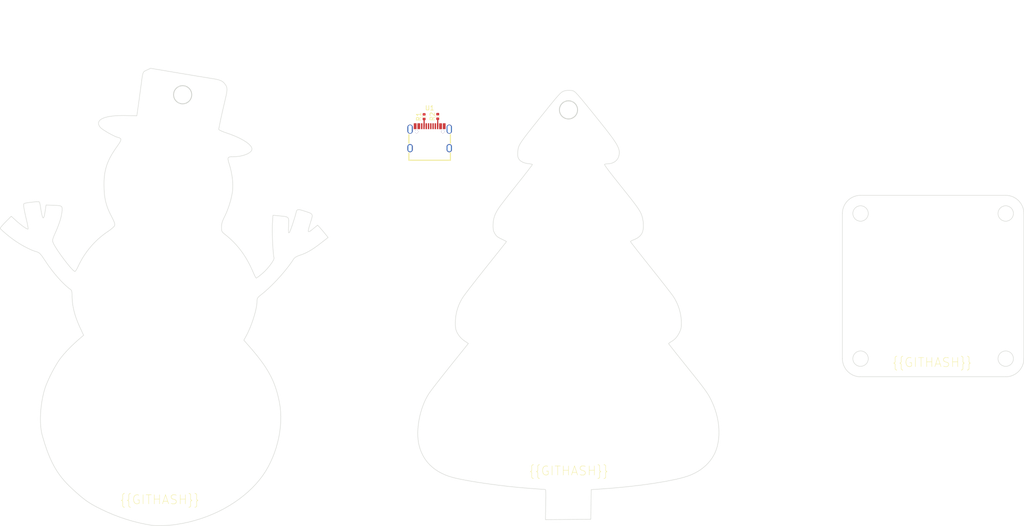
<source format=kicad_pcb>
(kicad_pcb (version 20221018) (generator pcbnew)
  (layers (0 "F.Cu" signal) (31 "B.Cu" signal) (34 "B.Paste" user) (35 "F.Paste" user) (36 "B.SilkS" user "B.Silkscreen") (37 "F.SilkS" user "F.Silkscreen") (38 "B.Mask" user) (39 "F.Mask" user) (44 "Edge.Cuts" user))
  (net 0 "")
  (net 1 "sub2")
  (net 2 "cc1")
  (net 3 "vcc")
  (net 4 "gnd")
  (net 5 "dm")
  (net 6 "dp")
  (net 7 "cc2")
  (net 8 "sub1")
  (footprint "lib:USB-C-SMD_KH-TYPE-C-16P" (layer "F.Cu") (at 130.625 64.965)
    (fp_text reference "U1" (at 0 -6.42) (layer "F.SilkS"))
    (fp_text value "")
    (fp_line (start -4.58 -0.57) (end -4.58 1.32) (stroke (width 0.25)) (layer "F.SilkS"))
    (fp_line (start -4.58 3.51) (end -4.58 5.08) (stroke (width 0.25)) (layer "F.SilkS"))
    (fp_line (start -4.58 5.08) (end 4.57 5.08) (stroke (width 0.25)) (layer "F.SilkS"))
    (fp_line (start 4.57 1.32) (end 4.57 -0.57) (stroke (width 0.25)) (layer "F.SilkS"))
    (fp_line (start 4.57 5.08) (end 4.57 3.51) (stroke (width 0.25)) (layer "F.SilkS"))
    (pad "" thru_hole circle (at -2.89 -1.23) (size 0.7 0.7) (drill 0.7) (layers "*.Cu" "*.Mask"))
    (pad "" thru_hole circle (at 2.89 -1.23) (size 0.7 0.7) (drill 0.7) (layers "*.Cu" "*.Mask"))
    (pad "1" thru_hole oval (at -4.32 -1.77) (size 1.2 2) (drill oval 0.700024 1.699997) (layers "*.Cu" "*.Mask") (net 4 "gnd"))
    (pad "2" thru_hole oval (at 4.32 -1.77) (size 1.2 2) (drill oval 0.700024 1.699997) (layers "*.Cu" "*.Mask") (net 4 "gnd"))
    (pad "3" thru_hole oval (at -4.32 2.42) (size 1.2 1.8) (drill oval 0.700024 1.399997) (layers "*.Cu" "*.Mask") (net 4 "gnd"))
    (pad "4" thru_hole oval (at 4.32 2.42) (size 1.2 1.8) (drill oval 0.700024 1.399997) (layers "*.Cu" "*.Mask") (net 4 "gnd"))
    (pad "A1" smd rect (at -3.35 -2.42) (size 0.3 1.3) (layers "F.Cu" "F.Paste" "F.Mask") (net 4 "gnd"))
    (pad "A4" smd rect (at -2.55 -2.42) (size 0.3 1.3) (layers "F.Cu" "F.Paste" "F.Mask") (net 3 "vcc"))
    (pad "A5" smd rect (at -1.25 -2.42) (size 0.3 1.3) (layers "F.Cu" "F.Paste" "F.Mask") (net 2 "cc1"))
    (pad "A6" smd rect (at -0.25 -2.42) (size 0.3 1.3) (layers "F.Cu" "F.Paste" "F.Mask") (net 6 "dp"))
    (pad "A7" smd rect (at 0.25 -2.42) (size 0.3 1.3) (layers "F.Cu" "F.Paste" "F.Mask") (net 5 "dm"))
    (pad "A8" smd rect (at 1.25 -2.42) (size 0.3 1.3) (layers "F.Cu" "F.Paste" "F.Mask") (net 8 "sub1"))
    (pad "A9" smd rect (at 2.55 -2.41) (size 0.3 1.3) (layers "F.Cu" "F.Paste" "F.Mask") (net 3 "vcc"))
    (pad "A12" smd rect (at 3.35 -2.42) (size 0.3 1.3) (layers "F.Cu" "F.Paste" "F.Mask") (net 4 "gnd"))
    (pad "B1" smd rect (at 3.05 -2.42) (size 0.3 1.3) (layers "F.Cu" "F.Paste" "F.Mask") (net 4 "gnd"))
    (pad "B4" smd rect (at 2.25 -2.41) (size 0.3 1.3) (layers "F.Cu" "F.Paste" "F.Mask") (net 3 "vcc"))
    (pad "B5" smd rect (at 1.75 -2.42) (size 0.3 1.3) (layers "F.Cu" "F.Paste" "F.Mask") (net 7 "cc2"))
    (pad "B6" smd rect (at 0.75 -2.42) (size 0.3 1.3) (layers "F.Cu" "F.Paste" "F.Mask") (net 6 "dp"))
    (pad "B7" smd rect (at -0.75 -2.42) (size 0.3 1.3) (layers "F.Cu" "F.Paste" "F.Mask") (net 5 "dm"))
    (pad "B8" smd rect (at -1.75 -2.42) (size 0.3 1.3) (layers "F.Cu" "F.Paste" "F.Mask") (net 1 "sub2"))
    (pad "B9" smd rect (at -2.25 -2.42) (size 0.3 1.3) (layers "F.Cu" "F.Paste" "F.Mask") (net 3 "vcc"))
    (pad "B12" smd rect (at -3.05 -2.42) (size 0.3 1.3) (layers "F.Cu" "F.Paste" "F.Mask") (net 4 "gnd"))
  )
  (footprint "lib:R0402" (layer "F.Cu") (at 129.397949 60.442503 90)
    (fp_text reference "R1" (at 0 -1.17 90) (layer "F.SilkS"))
    (fp_text value "Chip Resistor - Surface Mount 4.7KOhms ±5% 1/16W 0402 RoHS")
    (fp_line (start -0.153641 -0.38) (end 0.153641 -0.38) (stroke (width 0.12)) (layer "F.SilkS"))
    (fp_line (start -0.153641 0.38) (end 0.153641 0.38) (stroke (width 0.12)) (layer "F.SilkS"))
    (pad "1" smd roundrect (at -0.51 0 90) (size 0.54 0.64) (layers "F.Cu" "F.Paste" "F.Mask") (net 2 "cc1"))
    (pad "2" smd roundrect (at 0.51 0 90) (size 0.54 0.64) (layers "F.Cu" "F.Paste" "F.Mask") (net 4 "gnd"))
  )
  (footprint "lib:R0402" (layer "F.Cu") (at 132.398595 60.39543 90)
    (fp_text reference "R2" (at 0 -1.17 90) (layer "F.SilkS"))
    (fp_text value "Chip Resistor - Surface Mount 4.7KOhms ±5% 1/16W 0402 RoHS")
    (fp_line (start -0.153641 -0.38) (end 0.153641 -0.38) (stroke (width 0.12)) (layer "F.SilkS"))
    (fp_line (start -0.153641 0.38) (end 0.153641 0.38) (stroke (width 0.12)) (layer "F.SilkS"))
    (pad "1" smd roundrect (at -0.51 0 90) (size 0.54 0.64) (layers "F.Cu" "F.Paste" "F.Mask") (net 7 "cc2"))
    (pad "2" smd roundrect (at 0.51 0 90) (size 0.54 0.64) (layers "F.Cu" "F.Paste" "F.Mask") (net 4 "gnd"))
  )
  (gr_circle (center 225.62 81.79) (end 227.32 81.79) (stroke (width 0.1)) (fill none) (layer "Edge.Cuts"))
  (gr_circle (center 257.62 113.79) (end 259.32 113.79) (stroke (width 0.1)) (fill none) (layer "Edge.Cuts"))
  (gr_circle (center 257.62 81.79) (end 259.32 81.79) (stroke (width 0.1)) (fill none) (layer "Edge.Cuts"))
  (gr_poly (pts (xy 75.142222 50.797022) (xy 79.756606 51.568267) (xy 82.366969 51.99203) (xy 83.019066 52.095762) (xy 83.303876 52.146979) (xy 83.563537 52.198618) (xy 83.799806 52.251323) (xy 84.01444 52.305736) (xy 84.209196 52.362498) (xy 84.385831 52.422252) (xy 84.546102 52.485641) (xy 84.691766 52.553306) (xy 84.824581 52.62589) (xy 84.946303 52.704035) (xy 85.05869 52.788383) (xy 85.163499 52.879577) (xy 85.262486 52.978258) (xy 85.357409 53.08507) (xy 85.479286 53.234958) (xy 85.586233 53.378736) (xy 85.634185 53.44915) (xy 85.678498 53.519015) (xy 85.719202 53.588656) (xy 85.75633 53.658402) (xy 85.789911 53.728576) (xy 85.819976 53.799506) (xy 85.846558 53.871517) (xy 85.869686 53.944936) (xy 85.889392 54.020089) (xy 85.905707 54.097301) (xy 85.918662 54.176899) (xy 85.928287 54.259209) (xy 85.934615 54.344557) (xy 85.937675 54.433269) (xy 85.937499 54.525672) (xy 85.934119 54.62209) (xy 85.927564 54.722851) (xy 85.917866 54.82828) (xy 85.889166 55.054449) (xy 85.848266 55.303204) (xy 85.795414 55.577155) (xy 85.730859 55.878909) (xy 85.654849 56.211077) (xy 84.878546 59.55341) (xy 84.657875 60.550977) (xy 84.450892 61.532488) (xy 84.331406 62.116419) (xy 84.229648 62.629765) (xy 84.15639 63.017063) (xy 84.122409 63.222849) (xy 84.123062 63.236814) (xy 84.127967 63.251873) (xy 84.137065 63.268001) (xy 84.150302 63.285171) (xy 84.167619 63.303357) (xy 84.188962 63.322534) (xy 84.214273 63.342674) (xy 84.243497 63.363751) (xy 84.313454 63.408613) (xy 84.398381 63.456909) (xy 84.497828 63.50843) (xy 84.611342 63.562966) (xy 84.738473 63.620306) (xy 84.878767 63.680241) (xy 85.031775 63.742561) (xy 85.197043 63.807056) (xy 85.374121 63.873515) (xy 85.562558 63.94173) (xy 85.7619 64.011489) (xy 85.971698 64.082583) (xy 86.585981 64.296029) (xy 87.172975 64.516947) (xy 87.730729 64.744054) (xy 88.257293 64.976069) (xy 88.75072 65.211708) (xy 89.209058 65.449689) (xy 89.63036 65.68873) (xy 90.012676 65.927548) (xy 90.354056 66.16486) (xy 90.652552 66.399385) (xy 90.906214 66.629839) (xy 91.113092 66.85494) (xy 91.271238 67.073405) (xy 91.378702 67.283953) (xy 91.412819 67.385857) (xy 91.433535 67.485301) (xy 91.440605 67.582123) (xy 91.433787 67.676165) (xy 91.41712 67.753004) (xy 91.390362 67.829368) (xy 91.35383 67.905131) (xy 91.307839 67.980165) (xy 91.252707 68.054343) (xy 91.188749 68.12754) (xy 91.116281 68.199626) (xy 91.03562 68.270477) (xy 90.947082 68.339964) (xy 90.850984 68.407961) (xy 90.747641 68.47434) (xy 90.637371 68.538975) (xy 90.520488 68.601739) (xy 90.39731 68.662505) (xy 90.268153 68.721145) (xy 90.133332 68.777534) (xy 89.993165 68.831543) (xy 89.847967 68.883047) (xy 89.543745 68.978027) (xy 89.223197 69.06146) (xy 88.888852 69.132329) (xy 88.54324 69.189618) (xy 88.188892 69.232313) (xy 88.009232 69.24787) (xy 87.828337 69.259397) (xy 87.646523 69.266767) (xy 87.464106 69.269854) (xy 87.202959 69.272042) (xy 86.97453 69.277492) (xy 86.777472 69.288473) (xy 86.690288 69.296746) (xy 86.610443 69.307253) (xy 86.537768 69.320276) (xy 86.472096 69.3361) (xy 86.413258 69.355009) (xy 86.361087 69.377285) (xy 86.315414 69.403211) (xy 86.276071 69.433073) (xy 86.24289 69.467154) (xy 86.215703 69.505736) (xy 86.194342 69.549103) (xy 86.178638 69.59754) (xy 86.168424 69.65133) (xy 86.163532 69.710755) (xy 86.163793 69.776101) (xy 86.169039 69.847649) (xy 86.179102 69.925685) (xy 86.193814 70.010491) (xy 86.236514 70.20155) (xy 86.295792 70.423093) (xy 86.370304 70.677389) (xy 86.458705 70.966708) (xy 86.582128 71.384478) (xy 86.694998 71.803093) (xy 86.797211 72.221567) (xy 86.888665 72.638919) (xy 86.969257 73.054166) (xy 87.038885 73.466323) (xy 87.097447 73.874409) (xy 87.144838 74.277439) (xy 87.180958 74.674432) (xy 87.205702 75.064404) (xy 87.21897 75.446371) (xy 87.220657 75.819352) (xy 87.210662 76.182361) (xy 87.188881 76.534418) (xy 87.155212 76.874538) (xy 87.109553 77.201739) (xy 86.986123 77.871628) (xy 86.830027 78.558912) (xy 86.643845 79.255662) (xy 86.430157 79.953949) (xy 86.19154 80.645848) (xy 85.930575 81.323429) (xy 85.649841 81.978766) (xy 85.351916 82.60393) (xy 85.189192 82.938586) (xy 85.118752 83.093315) (xy 85.055229 83.240939) (xy 84.998352 83.382431) (xy 84.947849 83.518761) (xy 84.903447 83.650903) (xy 84.864875 83.779828) (xy 84.831859 83.906506) (xy 84.804129 84.031911) (xy 84.781412 84.157013) (xy 84.763435 84.282785) (xy 84.749927 84.410197) (xy 84.740615 84.540223) (xy 84.735228 84.673833) (xy 84.733493 84.811999) (xy 84.736223 85.129082) (xy 84.741369 85.261496) (xy 84.750575 85.379459) (xy 84.764997 85.485194) (xy 84.774524 85.534172) (xy 84.785789 85.580928) (xy 84.798934 85.625739) (xy 84.814106 85.668884) (xy 84.831447 85.710641) (xy 84.851104 85.751288) (xy 84.873219 85.791103) (xy 84.897937 85.830364) (xy 84.925403 85.869349) (xy 84.955761 85.908337) (xy 84.989155 85.947605) (xy 85.02573 85.987432) (xy 85.109 86.069873) (xy 85.206725 86.157886) (xy 85.320061 86.253696) (xy 85.598185 86.477602) (xy 86.096863 86.886277) (xy 86.577755 87.306529) (xy 87.04138 87.739064) (xy 87.488258 88.184586) (xy 87.918909 88.6438) (xy 88.333852 89.117412) (xy 88.733607 89.606125) (xy 89.118694 90.110646) (xy 89.489632 90.631678) (xy 89.846941 91.169927) (xy 90.19114 91.726098) (xy 90.52275 92.300895) (xy 90.84229 92.895024) (xy 91.150279 93.509189) (xy 91.447237 94.144095) (xy 91.733683 94.800448) (xy 91.84059 95.047283) (xy 91.945802 95.277558) (xy 92.046625 95.486234) (xy 92.140364 95.668271) (xy 92.224324 95.818627) (xy 92.295813 95.932265) (xy 92.326039 95.973739) (xy 92.352136 96.004143) (xy 92.373767 96.022848) (xy 92.382804 96.027616) (xy 92.390597 96.029223) (xy 92.399173 96.028006) (xy 92.410522 96.024397) (xy 92.441219 96.010237) (xy 92.482045 95.987221) (xy 92.53236 95.955824) (xy 92.591521 95.916524) (xy 92.658887 95.869798) (xy 92.815666 95.755976) (xy 92.997564 95.618173) (xy 93.199447 95.460204) (xy 93.416182 95.285885) (xy 93.642634 95.099032) (xy 93.891007 94.882848) (xy 94.141366 94.648628) (xy 94.390948 94.400061) (xy 94.636991 94.140836) (xy 94.87673 93.874641) (xy 95.107403 93.605164) (xy 95.326247 93.336095) (xy 95.530498 93.071122) (xy 95.717394 92.813933) (xy 95.884171 92.568218) (xy 96.028066 92.337665) (xy 96.146316 92.125962) (xy 96.236159 91.936798) (xy 96.294829 91.773863) (xy 96.311612 91.703383) (xy 96.319566 91.640844) (xy 96.318345 91.586706) (xy 96.307605 91.54143) (xy 96.264441 91.378418) (xy 96.221593 91.121805) (xy 96.138989 90.373142) (xy 96.064068 89.386161) (xy 96.001109 88.251583) (xy 95.954389 87.060129) (xy 95.928186 85.902519) (xy 95.926777 84.869474) (xy 95.95444 84.051714) (xy 96.07471 82.177477) (xy 97.36716 82.304781) (xy 98.13507 82.379263) (xy 98.441266 82.413109) (xy 98.700599 82.449744) (xy 98.916803 82.492956) (xy 99.009898 82.518212) (xy 99.09361 82.546534) (xy 99.168406 82.578395) (xy 99.234753 82.614268) (xy 99.293117 82.654627) (xy 99.343964 82.699946) (xy 99.387763 82.750698) (xy 99.424978 82.807357) (xy 99.456076 82.870396) (xy 99.481525 82.94029) (xy 99.501791 83.017511) (xy 99.51734 83.102533) (xy 99.536155 83.297877) (xy 99.541702 83.530109) (xy 99.537716 83.803018) (xy 99.51607 84.486025) (xy 99.501811 85.019341) (xy 99.495778 85.429631) (xy 99.49953 85.727933) (xy 99.505563 85.838537) (xy 99.514626 85.925284) (xy 99.526915 85.989553) (xy 99.542625 86.032723) (xy 99.551823 86.046828) (xy 99.56195 86.056175) (xy 99.573029 86.060938) (xy 99.585085 86.061289) (xy 99.612224 86.049443) (xy 99.643564 86.022019) (xy 99.679299 85.980395) (xy 99.719623 85.925951) (xy 99.770963 85.835961) (xy 99.83738 85.6921) (xy 100.00736 85.267042) (xy 100.213404 84.699332) (xy 100.439353 84.037526) (xy 100.669049 83.330178) (xy 100.886332 82.625845) (xy 101.075044 81.973082) (xy 101.219027 81.420443) (xy 101.232451 81.367288) (xy 101.246658 81.317349) (xy 101.261814 81.270604) (xy 101.278084 81.227032) (xy 101.295634 81.186611) (xy 101.314631 81.149321) (xy 101.33524 81.115138) (xy 101.357628 81.084043) (xy 101.381959 81.056013) (xy 101.4084 81.031027) (xy 101.437117 81.009064) (xy 101.468275 80.990102) (xy 101.502041 80.974119) (xy 101.538581 80.961095) (xy 101.578059 80.951007) (xy 101.620643 80.943835) (xy 101.666497 80.939556) (xy 101.715788 80.938149) (xy 101.768682 80.939594) (xy 101.825345 80.943867) (xy 101.885942 80.950949) (xy 101.950639 80.960817) (xy 102.019603 80.97345) (xy 102.092998 80.988826) (xy 102.170992 81.006924) (xy 102.253749 81.027723) (xy 102.434219 81.077337) (xy 102.635734 81.137495) (xy 102.859622 81.208025) (xy 103.581471 81.438726) (xy 103.868146 81.535185) (xy 104.108644 81.625316) (xy 104.212356 81.669476) (xy 104.305459 81.713816) (xy 104.388264 81.758923) (xy 104.461082 81.805384) (xy 104.524226 81.853787) (xy 104.578006 81.904719) (xy 104.622735 81.958768) (xy 104.658725 82.01652) (xy 104.686285 82.078563) (xy 104.705729 82.145484) (xy 104.717368 82.217871) (xy 104.721513 82.296311) (xy 104.718476 82.381392) (xy 104.708568 82.4737) (xy 104.692102 82.573823) (xy 104.669388 82.682348) (xy 104.606464 82.926954) (xy 104.522289 83.212218) (xy 104.300158 83.92351) (xy 104.076968 84.658354) (xy 103.993442 84.95378) (xy 103.929762 85.203046) (xy 103.886777 85.407528) (xy 103.865337 85.568604) (xy 103.862962 85.633296) (xy 103.866292 85.687652) (xy 103.875434 85.731846) (xy 103.890492 85.766049) (xy 103.911574 85.790433) (xy 103.938786 85.805172) (xy 103.972234 85.810436) (xy 104.012025 85.806398) (xy 104.058263 85.79323) (xy 104.111056 85.771105) (xy 104.236732 85.700671) (xy 104.3899 85.596472) (xy 104.571411 85.459887) (xy 105.02286 85.095065) (xy 105.918216 84.355181) (xy 106.388476 84.86751) (xy 106.496975 84.987739) (xy 106.625318 85.133369) (xy 106.92254 85.478508) (xy 107.242155 85.858286) (xy 107.546176 86.22806) (xy 108.2336 87.076296) (xy 106.72333 88.254687) (xy 106.031007 88.783192) (xy 105.392025 89.245391) (xy 105.089314 89.453516) (xy 104.796071 89.647331) (xy 104.511007 89.827593) (xy 104.232833 89.995056) (xy 103.960259 90.150478) (xy 103.691998 90.294613) (xy 103.426759 90.428217) (xy 103.163254 90.552046) (xy 102.900193 90.666855) (xy 102.636288 90.773401) (xy 102.370249 90.872439) (xy 102.100787 90.964724) (xy 101.955978 91.013649) (xy 101.818902 91.062832) (xy 101.689432 91.112348) (xy 101.567439 91.162273) (xy 101.452795 91.212683) (xy 101.345371 91.263651) (xy 101.245039 91.315254) (xy 101.151671 91.367567) (xy 101.065138 91.420665) (xy 100.985313 91.474624) (xy 100.912065 91.529517) (xy 100.845269 91.585421) (xy 100.784794 91.642412) (xy 100.730512 91.700563) (xy 100.682296 91.759951) (xy 100.640017 91.82065) (xy 100.313962 92.312951) (xy 99.958065 92.82026) (xy 99.575318 93.339289) (xy 99.168711 93.866747) (xy 98.741234 94.399346) (xy 98.295878 94.933795) (xy 97.835635 95.466804) (xy 97.363494 95.995083) (xy 96.882446 96.515343) (xy 96.395482 97.024295) (xy 95.905593 97.518647) (xy 95.415769 97.995111) (xy 94.929002 98.450396) (xy 94.44828 98.881213) (xy 93.976596 99.284272) (xy 93.51694 99.656283) (xy 93.364132 99.777198) (xy 93.228349 99.887118) (xy 93.108601 99.987555) (xy 93.003899 100.080022) (xy 92.913256 100.166032) (xy 92.835682 100.247098) (xy 92.770188 100.324733) (xy 92.741662 100.362737) (xy 92.715786 100.40045) (xy 92.692435 100.438062) (xy 92.671487 100.475762) (xy 92.652817 100.513738) (xy 92.636302 100.552181) (xy 92.621819 100.591279) (xy 92.609244 100.631221) (xy 92.589322 100.714395) (xy 92.575548 100.803215) (xy 92.566934 100.899195) (xy 92.56249 101.003847) (xy 92.561229 101.118685) (xy 92.548214 101.459191) (xy 92.510172 101.840399) (xy 92.448603 102.257479) (xy 92.365007 102.705605) (xy 92.260885 103.179948) (xy 92.137739 103.675679) (xy 91.997068 104.187971) (xy 91.840373 104.711996) (xy 91.669155 105.242926) (xy 91.484915 105.775933) (xy 91.289154 106.306188) (xy 91.083372 106.828864) (xy 90.86907 107.339132) (xy 90.647749 107.832164) (xy 90.420909 108.303133) (xy 90.190051 108.74721) (xy 89.658061 109.729433) (xy 90.799319 111.025652) (xy 91.552256 111.894452) (xy 92.247519 112.726345) (xy 92.887901 113.52649) (xy 93.476195 114.300047) (xy 94.015193 115.052178) (xy 94.507688 115.788042) (xy 94.956473 116.5128) (xy 95.364341 117.231612) (xy 95.734083 117.949638) (xy 96.068493 118.672038) (xy 96.370364 119.403974) (xy 96.642488 120.150605) (xy 96.887657 120.917091) (xy 97.108665 121.708593) (xy 97.308304 122.530271) (xy 97.489367 123.387286) (xy 97.659586 124.435519) (xy 97.764545 125.512723) (xy 97.805707 126.613102) (xy 97.784533 127.73086) (xy 97.702485 128.860202) (xy 97.561026 129.995332) (xy 97.361618 131.130454) (xy 97.105722 132.259774) (xy 96.794801 133.377494) (xy 96.430316 134.47782) (xy 96.01373 135.554956) (xy 95.546505 136.603107) (xy 95.030102 137.616476) (xy 94.465984 138.589268) (xy 93.855613 139.515689) (xy 93.20045 140.389941) (xy 92.386005 141.350273) (xy 91.510226 142.273552) (xy 90.576227 143.158109) (xy 89.587122 144.002278) (xy 88.546024 144.80439) (xy 87.456048 145.562779) (xy 86.320308 146.275777) (xy 85.141916 146.941716) (xy 83.923988 147.558929) (xy 82.669636 148.125749) (xy 81.381976 148.640508) (xy 80.06412 149.101539) (xy 78.719182 149.507174) (xy 77.350277 149.855747) (xy 75.960518 150.145589) (xy 74.553019 150.375033) (xy 73.862872 150.459306) (xy 73.131633 150.525975) (xy 72.383923 150.574372) (xy 71.644361 150.603827) (xy 70.93757 150.613671) (xy 70.288169 150.603235) (xy 69.720779 150.57185) (xy 69.475532 150.548093) (xy 69.26002 150.518847) (xy 69.260051 150.518832) (xy 67.831835 150.262486) (xy 66.416949 149.953785) (xy 65.016193 149.592984) (xy 63.630368 149.180338) (xy 62.260274 148.716103) (xy 60.90671 148.200532) (xy 59.570477 147.633881) (xy 58.252375 147.016405) (xy 57.283074 146.528505) (xy 56.847829 146.298277) (xy 56.438641 146.072324) (xy 56.050351 145.846994) (xy 55.6778 145.618633) (xy 55.315827 145.383588) (xy 54.959273 145.138205) (xy 54.602979 144.87883) (xy 54.241783 144.601811) (xy 53.870528 144.303492) (xy 53.484054 143.980222) (xy 52.644807 143.244211) (xy 51.682765 142.36455) (xy 51.097036 141.804159) (xy 50.54538 141.238954) (xy 50.025658 140.665073) (xy 49.535731 140.078649) (xy 49.07346 139.475819) (xy 48.636705 138.852719) (xy 48.223328 138.205483) (xy 47.831189 137.530249) (xy 47.458149 136.823151) (xy 47.10207 136.080325) (xy 46.760812 135.297907) (xy 46.432236 134.472032) (xy 46.114202 133.598836) (xy 45.804573 132.674455) (xy 45.501208 131.695024) (xy 45.201968 130.656679) (xy 45.078569 130.147371) (xy 44.978794 129.594224) (xy 44.90231 129.00242) (xy 44.848785 128.377144) (xy 44.817886 127.723579) (xy 44.809281 127.046907) (xy 44.822637 126.352311) (xy 44.857621 125.644974) (xy 44.913901 124.93008) (xy 44.991145 124.212811) (xy 45.089019 123.498351) (xy 45.207191 122.791883) (xy 45.345328 122.098589) (xy 45.503099 121.423652) (xy 45.68017 120.772256) (xy 45.876208 120.149584) (xy 46.005143 119.787909) (xy 46.154924 119.401263) (xy 46.508073 118.570286) (xy 46.917749 117.69111) (xy 47.366047 116.79819) (xy 47.83506 115.92598) (xy 48.306883 115.108937) (xy 48.76361 114.381515) (xy 48.980717 114.062179) (xy 49.187335 113.77817) (xy 49.387433 113.519297) (xy 49.599256 113.255538) (xy 50.056372 112.715109) (xy 50.555279 112.160374) (xy 51.092575 111.594824) (xy 51.664855 111.021952) (xy 52.268718 110.445248) (xy 52.900758 109.868205) (xy 53.557574 109.294314) (xy 54.329783 108.634142) (xy 53.616031 107.110232) (xy 53.390001 106.6154) (xy 53.179365 106.128819) (xy 52.984012 105.650049) (xy 52.803829 105.178652) (xy 52.638704 104.71419) (xy 52.488525 104.256224) (xy 52.353181 103.804315) (xy 52.232559 103.358025) (xy 52.126547 102.916915) (xy 52.035034 102.480548) (xy 51.957906 102.048484) (xy 51.895053 101.620284) (xy 51.846363 101.195511) (xy 51.811722 100.773726) (xy 51.79102 100.35449) (xy 51.784144 99.937365) (xy 51.780657 99.620612) (xy 51.776007 99.482669) (xy 51.769161 99.357285) (xy 51.759927 99.243666) (xy 51.748111 99.141014) (xy 51.733519 99.048534) (xy 51.715958 98.96543) (xy 51.695233 98.890904) (xy 51.671153 98.824161) (xy 51.643523 98.764406) (xy 51.612149 98.71084) (xy 51.576839 98.662669) (xy 51.537399 98.619096) (xy 51.493635 98.579325) (xy 51.445353 98.542559) (xy 51.149902 98.324092) (xy 50.839064 98.073347) (xy 50.514896 97.792628) (xy 50.179453 97.484238) (xy 49.834791 97.150482) (xy 49.482966 96.793665) (xy 49.126033 96.41609) (xy 48.766047 96.020062) (xy 48.405065 95.607885) (xy 48.045142 95.181864) (xy 47.688333 94.744302) (xy 47.336694 94.297504) (xy 46.992281 93.843774) (xy 46.657149 93.385417) (xy 46.333354 92.924737) (xy 46.022952 92.464037) (xy 45.611719 91.844971) (xy 45.279782 91.362091) (xy 45.137757 91.165551) (xy 45.008606 90.995655) (xy 44.89001 90.849933) (xy 44.779654 90.725918) (xy 44.675221 90.621143) (xy 44.574392 90.533138) (xy 44.474852 90.459437) (xy 44.374284 90.397571) (xy 44.27037 90.345073) (xy 44.160793 90.299474) (xy 44.043237 90.258307) (xy 43.915385 90.219103) (xy 43.593888 90.117525) (xy 43.255864 89.996009) (xy 42.903268 89.855657) (xy 42.538058 89.697573) (xy 42.162189 89.522858) (xy 41.777618 89.332616) (xy 41.386301 89.127951) (xy 40.990194 88.909964) (xy 40.591254 88.679759) (xy 40.191438 88.438438) (xy 39.792701 88.187105) (xy 39.396999 87.926862) (xy 39.00629 87.658812) (xy 38.622529 87.384058) (xy 38.247673 87.103703) (xy 37.883677 86.81885) (xy 37.49456 86.502783) (xy 37.131548 86.199554) (xy 36.802586 85.916398) (xy 36.515619 85.660548) (xy 36.278593 85.439239) (xy 36.099452 85.259705) (xy 36.034071 85.187865) (xy 35.986141 85.129182) (xy 35.956654 85.08456) (xy 35.946605 85.054903) (xy 35.948192 85.042433) (xy 35.952903 85.026953) (xy 35.971384 84.987332) (xy 36.001425 84.936776) (xy 36.042403 84.876021) (xy 36.093695 84.805804) (xy 36.154681 84.726859) (xy 36.224736 84.639924) (xy 36.303239 84.545735) (xy 36.389567 84.445026) (xy 36.483097 84.338536) (xy 36.689276 84.11115) (xy 36.916796 83.869466) (xy 37.037003 83.745102) (xy 37.160678 83.619372) (xy 38.374759 82.395922) (xy 39.365809 83.301684) (xy 39.814301 83.698656) (xy 40.266196 84.075272) (xy 40.704205 84.419302) (xy 41.111041 84.718514) (xy 41.469414 84.960676) (xy 41.625024 85.056541) (xy 41.762035 85.133557) (xy 41.878286 85.190195) (xy 41.971615 85.224926) (xy 42.039863 85.236222) (xy 42.063905 85.232603) (xy 42.080867 85.222552) (xy 42.085566 85.215268) (xy 42.089233 85.203934) (xy 42.093537 85.169549) (xy 42.093921 85.120268) (xy 42.090523 85.056964) (xy 42.083485 84.98051) (xy 42.072948 84.891778) (xy 42.059051 84.79164) (xy 42.041937 84.68097) (xy 41.998614 84.43152) (xy 41.944105 84.150408) (xy 41.879534 83.844615) (xy 41.806025 83.52112) (xy 41.578977 82.541169) (xy 41.399614 81.732306) (xy 41.265507 81.079136) (xy 41.174225 80.56626) (xy 41.123338 80.17828) (xy 41.112283 80.026315) (xy 41.110416 79.899799) (xy 41.117432 79.796809) (xy 41.133029 79.71542) (xy 41.156901 79.653706) (xy 41.188746 79.609743) (xy 41.213078 79.592846) (xy 41.252556 79.575085) (xy 41.372962 79.537437) (xy 41.541984 79.497733) (xy 41.751641 79.456905) (xy 42.26094 79.37561) (xy 42.837013 79.301016) (xy 43.416018 79.240586) (xy 43.934111 79.201782) (xy 44.150364 79.192822) (xy 44.327447 79.192067) (xy 44.45738 79.20045) (xy 44.532183 79.218905) (xy 44.538527 79.223215) (xy 44.545097 79.229471) (xy 44.551878 79.23762) (xy 44.558855 79.247608) (xy 44.573336 79.272888) (xy 44.588416 79.304879) (xy 44.603974 79.343154) (xy 44.619887 79.387282) (xy 44.636031 79.436835) (xy 44.652284 79.491383) (xy 44.668525 79.550496) (xy 44.684629 79.613746) (xy 44.700475 79.680703) (xy 44.715939 79.750937) (xy 44.7309 79.82402) (xy 44.745234 79.899521) (xy 44.75882 79.977012) (xy 44.771533 80.056063) (xy 44.946351 81.130774) (xy 45.025944 81.564983) (xy 45.101061 81.931234) (xy 45.172253 82.230134) (xy 45.24007 82.462288) (xy 45.305063 82.628302) (xy 45.336673 82.686696) (xy 45.367783 82.728781) (xy 45.398463 82.754634) (xy 45.428781 82.764331) (xy 45.458807 82.757947) (xy 45.488608 82.735557) (xy 45.518254 82.697238) (xy 45.547814 82.643066) (xy 45.606951 82.487462) (xy 45.666568 82.269351) (xy 45.727218 81.98934) (xy 45.78945 81.648032) (xy 45.853816 81.246035) (xy 46.055377 79.918581) (xy 47.417926 79.96628) (xy 48.109143 79.993687) (xy 48.392021 80.009194) (xy 48.636741 80.027435) (xy 48.846051 80.049559) (xy 49.022696 80.076715) (xy 49.169424 80.110051) (xy 49.288982 80.150717) (xy 49.339431 80.174158) (xy 49.384117 80.199861) (xy 49.423385 80.227972) (xy 49.457577 80.258632) (xy 49.487036 80.291987) (xy 49.512107 80.32818) (xy 49.533132 80.367353) (xy 49.550455 80.409652) (xy 49.575367 80.504197) (xy 49.589592 80.612965) (xy 49.595876 80.737105) (xy 49.596965 80.877764) (xy 49.590289 81.099803) (xy 49.571905 81.336737) (xy 49.542029 81.587807) (xy 49.500879 81.852253) (xy 49.448672 82.129318) (xy 49.385623 82.418243) (xy 49.311951 82.718269) (xy 49.227873 83.028637) (xy 49.133604 83.34859) (xy 49.029362 83.677367) (xy 48.915364 84.014212) (xy 48.791827 84.358364) (xy 48.658967 84.709065) (xy 48.517002 85.065558) (xy 48.366148 85.427082) (xy 48.206622 85.792879) (xy 47.949769 86.374791) (xy 47.755997 86.832451) (xy 47.68104 87.021721) (xy 47.619784 87.188367) (xy 47.571537 87.335205) (xy 47.535609 87.465048) (xy 47.511311 87.580709) (xy 47.497952 87.685002) (xy 47.494842 87.78074) (xy 47.501291 87.870737) (xy 47.516609 87.957807) (xy 47.540106 88.044763) (xy 47.571091 88.134418) (xy 47.608874 88.229586) (xy 47.761079 88.551834) (xy 47.975096 88.939463) (xy 48.241913 89.380584) (xy 48.55252 89.863307) (xy 49.269066 90.905997) (xy 50.052651 91.972411) (xy 50.831193 92.967426) (xy 51.196047 93.408433) (xy 51.532609 93.795921) (xy 51.831869 94.117998) (xy 52.084818 94.362774) (xy 52.282443 94.518359) (xy 52.357694 94.558989) (xy 52.415736 94.572863) (xy 52.426811 94.571375) (xy 52.439084 94.56696) (xy 52.452509 94.559691) (xy 52.467041 94.549641) (xy 52.482633 94.536883) (xy 52.499239 94.521489) (xy 52.516813 94.503532) (xy 52.535309 94.483086) (xy 52.574881 94.435018) (xy 52.617586 94.377866) (xy 52.663055 94.312214) (xy 52.710918 94.238646) (xy 52.760808 94.157745) (xy 52.812354 94.070093) (xy 52.865187 93.976276) (xy 52.918939 93.876875) (xy 52.97324 93.772474) (xy 53.02772 93.663657) (xy 53.082012 93.551007) (xy 53.135745 93.435107) (xy 53.405424 92.869327) (xy 53.69623 92.311615) (xy 54.007442 91.76282) (xy 54.338342 91.223792) (xy 54.688208 90.695381) (xy 55.05632 90.178436) (xy 55.441958 89.673808) (xy 55.844402 89.182347) (xy 56.262932 88.704901) (xy 56.696828 88.242322) (xy 57.145369 87.795459) (xy 57.607836 87.365163) (xy 58.083508 86.952281) (xy 58.571665 86.557666) (xy 59.071586 86.182166) (xy 59.582553 85.826632) (xy 59.914962 85.598282) (xy 60.214172 85.3804) (xy 60.477869 85.17504) (xy 60.595674 85.077698) (xy 60.703732 84.984257) (xy 60.801753 84.894974) (xy 60.889447 84.810106) (xy 60.966524 84.72991) (xy 61.032694 84.654642) (xy 61.087669 84.584559) (xy 61.131158 84.519919) (xy 61.162872 84.460977) (xy 61.182521 84.407992) (xy 61.189444 84.378526) (xy 61.194656 84.347449) (xy 61.198136 84.314702) (xy 61.199864 84.280227) (xy 61.197977 84.205863) (xy 61.188829 84.123892) (xy 61.172254 84.033852) (xy 61.148084 83.935279) (xy 61.116154 83.82771) (xy 61.076297 83.71068) (xy 61.028345 83.583727) (xy 60.972134 83.446388) (xy 60.907495 83.298197) (xy 60.834263 83.138693) (xy 60.75227 82.967412) (xy 60.661351 82.783889) (xy 60.561339 82.587662) (xy 60.452067 82.378268) (xy 60.237971 81.961359) (xy 60.041673 81.555601) (xy 59.862568 81.158484) (xy 59.700049 80.767498) (xy 59.553508 80.380135) (xy 59.422339 79.993885) (xy 59.305935 79.60624) (xy 59.203689 79.21469) (xy 59.114995 78.816725) (xy 59.039245 78.409838) (xy 58.975833 77.991518) (xy 58.924151 77.559256) (xy 58.883594 77.110544) (xy 58.853553 76.642872) (xy 58.833423 76.153731) (xy 58.822596 75.640612) (xy 58.82378 75.019765) (xy 58.843433 74.425285) (xy 58.882591 73.854032) (xy 58.942291 73.302869) (xy 59.023569 72.768658) (xy 59.127459 72.248262) (xy 59.255 71.738542) (xy 59.407225 71.236361) (xy 59.585172 70.73858) (xy 59.789877 70.242062) (xy 60.022374 69.743669) (xy 60.283701 69.240263) (xy 60.574893 68.728705) (xy 60.896986 68.205859) (xy 61.251015 67.668586) (xy 61.638018 67.113749) (xy 61.84244 66.825076) (xy 62.020375 66.566593) (xy 62.17201 66.336298) (xy 62.29753 66.132187) (xy 62.397121 65.95226) (xy 62.470968 65.794512) (xy 62.498296 65.72333) (xy 62.519258 65.656942) (xy 62.533877 65.595098) (xy 62.542176 65.537547) (xy 62.544179 65.484039) (xy 62.539908 65.434323) (xy 62.529387 65.388151) (xy 62.512639 65.34527) (xy 62.489688 65.305431) (xy 62.460556 65.268384) (xy 62.425267 65.233878) (xy 62.383844 65.201662) (xy 62.33631 65.171487) (xy 62.282689 65.143103) (xy 62.157276 65.090703) (xy 62.007792 65.042459) (xy 61.834422 64.996371) (xy 61.657986 64.943069) (xy 61.445562 64.862593) (xy 61.203024 64.758325) (xy 60.93625 64.633653) (xy 60.353499 64.336631) (xy 59.744319 63.998608) (xy 59.155721 63.646664) (xy 58.634716 63.307879) (xy 58.414252 63.151884) (xy 58.228316 63.009334) (xy 58.082783 62.883614) (xy 57.983531 62.778109) (xy 57.869943 62.622242) (xy 57.777351 62.470362) (xy 57.705558 62.322559) (xy 57.654369 62.178917) (xy 57.623588 62.039526) (xy 57.613018 61.904471) (xy 57.622463 61.773839) (xy 57.651728 61.647718) (xy 57.700616 61.526195) (xy 57.768931 61.409356) (xy 57.856477 61.297289) (xy 57.963058 61.190081) (xy 58.088479 61.087819) (xy 58.232542 60.99059) (xy 58.395052 60.89848) (xy 58.575812 60.811578) (xy 58.774627 60.72997) (xy 58.991301 60.653743) (xy 59.225638 60.582984) (xy 59.477441 60.51778) (xy 59.746514 60.458218) (xy 60.032661 60.404385) (xy 60.335687 60.356369) (xy 60.655395 60.314256) (xy 60.991589 60.278134) (xy 61.344073 60.248089) (xy 61.712651 60.224208) (xy 62.097127 60.20658) (xy 62.497305 60.195289) (xy 62.912988 60.190424) (xy 63.343981 60.192072) (xy 63.790088 60.20032) (xy 66.056857 60.258219) (xy 66.273486 58.80189) (xy 66.542465 56.891029) (xy 66.884944 54.341891) (xy 67.190183 52.053843) (xy 67.248082 51.679802) (xy 67.303557 51.37005) (xy 67.359078 51.117137) (xy 67.417116 50.913616) (xy 67.48014 50.752035) (xy 67.55062 50.624945) (xy 67.631027 50.524898) (xy 67.72383 50.444442) (xy 67.831501 50.37613) (xy 67.956508 50.312512) (xy 68.268412 50.169558) (xy 69.100734 49.778315)) (stroke (width 0.1)) (fill none) (layer "Edge.Cuts"))
  (gr_arc (start 261.62 113.79) (mid 260.448427 116.618427) (end 257.62 117.79) (stroke (width 0.1)) (layer "Edge.Cuts"))
  (gr_arc (start 225.62 117.79) (mid 222.791573 116.618427) (end 221.62 113.79) (stroke (width 0.1)) (layer "Edge.Cuts"))
  (gr_line (start 261.62 113.79) (end 261.62 81.79) (stroke (width 0.1)) (layer "Edge.Cuts"))
  (gr_circle (center 161.229974 58.946031) (end 163.229974 58.946031) (stroke (width 0.2)) (fill none) (layer "Edge.Cuts"))
  (gr_line (start 221.62 81.79) (end 221.62 113.79) (stroke (width 0.1)) (layer "Edge.Cuts"))
  (gr_arc (start 257.62 77.79) (mid 260.448427 78.961573) (end 261.62 81.79) (stroke (width 0.1)) (layer "Edge.Cuts"))
  (gr_poly (pts (xy 161.429183 54.643361) (xy 161.588699 54.648976) (xy 161.743405 54.660128) (xy 161.8913 54.67685) (xy 162.030385 54.699174) (xy 162.158659 54.727132) (xy 162.274122 54.760758) (xy 162.374774 54.800082) (xy 162.418214 54.822065) (xy 162.465501 54.850416) (xy 162.517128 54.885713) (xy 162.573587 54.928531) (xy 162.702967 55.039035) (xy 162.857578 55.186538) (xy 163.041357 55.37565) (xy 163.258241 55.610981) (xy 163.512165 55.897139) (xy 163.807067 56.238735) (xy 164.146884 56.640378) (xy 164.53555 57.106678) (xy 164.977005 57.642244) (xy 165.475183 58.251687) (xy 166.657456 59.710639) (xy 168.113864 61.520411) (xy 169.490282 63.25197) (xy 170.562092 64.650979) (xy 170.993296 65.243203) (xy 171.359779 65.7732) (xy 171.665351 66.247941) (xy 171.913823 66.674396) (xy 172.109006 67.059535) (xy 172.254708 67.41033) (xy 172.354741 67.733749) (xy 172.412915 68.036764) (xy 172.433041 68.326344) (xy 172.418927 68.609461) (xy 172.374385 68.893084) (xy 172.303226 69.184183) (xy 172.274597 69.278158) (xy 172.242 69.369887) (xy 172.205507 69.459324) (xy 172.165188 69.546423) (xy 172.121114 69.631137) (xy 172.073357 69.713419) (xy 172.021987 69.793223) (xy 171.967076 69.870502) (xy 171.908694 69.945208) (xy 171.846914 70.017296) (xy 171.781806 70.08672) (xy 171.71344 70.153431) (xy 171.641889 70.217383) (xy 171.567223 70.278531) (xy 171.489513 70.336826) (xy 171.408831 70.392223) (xy 171.325247 70.444674) (xy 171.238833 70.494134) (xy 171.14966 70.540554) (xy 171.057799 70.58389) (xy 170.96332 70.624093) (xy 170.866295 70.661118) (xy 170.766796 70.694917) (xy 170.664893 70.725444) (xy 170.560657 70.752652) (xy 170.45416 70.776495) (xy 170.345472 70.796926) (xy 170.234664 70.813898) (xy 170.121809 70.827364) (xy 170.006976 70.837278) (xy 169.890237 70.843593) (xy 169.771663 70.846262) (xy 169.726607 70.847177) (xy 169.681188 70.849133) (xy 169.590479 70.855957) (xy 169.501974 70.8663) (xy 169.418107 70.879728) (xy 169.378675 70.887463) (xy 169.341315 70.895806) (xy 169.306334 70.904703) (xy 169.274034 70.9141) (xy 169.244721 70.923942) (xy 169.218699 70.934176) (xy 169.196272 70.944746) (xy 169.177745 70.955599) (xy 169.171643 70.965792) (xy 169.172154 70.983757) (xy 169.17922 71.009417) (xy 169.192785 71.042693) (xy 169.239181 71.131786) (xy 169.310885 71.250417) (xy 169.407439 71.397965) (xy 169.528385 71.573811) (xy 169.673265 71.777334) (xy 169.841623 72.007915) (xy 170.246938 72.547768) (xy 170.740668 73.18841) (xy 171.319154 73.924882) (xy 171.978732 74.752222) (xy 174.641332 78.093405) (xy 175.537111 79.246786) (xy 176.200008 80.134787) (xy 176.673118 80.816979) (xy 176.99954 81.352933) (xy 177.222371 81.802218) (xy 177.384708 82.224406) (xy 177.462833 82.472098) (xy 177.531331 82.72855) (xy 177.59016 82.991701) (xy 177.639284 83.259489) (xy 177.678662 83.529854) (xy 177.708257 83.800735) (xy 177.728028 84.070071) (xy 177.737937 84.335802) (xy 177.737946 84.595867) (xy 177.728014 84.848205) (xy 177.708104 85.090755) (xy 177.678176 85.321456) (xy 177.638191 85.538248) (xy 177.588111 85.739069) (xy 177.527896 85.92186) (xy 177.457507 86.084559) (xy 177.391656 86.207668) (xy 177.318059 86.327563) (xy 177.236853 86.444134) (xy 177.148173 86.557272) (xy 177.052156 86.666869) (xy 176.948938 86.772814) (xy 176.838657 86.874999) (xy 176.721448 86.973315) (xy 176.597448 87.067652) (xy 176.466794 87.157903) (xy 176.32962 87.243956) (xy 176.186065 87.325705) (xy 176.036265 87.403039) (xy 175.880355 87.475849) (xy 175.718473 87.544027) (xy 175.550754 87.607462) (xy 175.482045 87.632835) (xy 175.415483 87.658969) (xy 175.351405 87.685667) (xy 175.290146 87.712731) (xy 175.23204 87.739963) (xy 175.177423 87.767164) (xy 175.126631 87.794136) (xy 175.079997 87.820681) (xy 175.037859 87.846601) (xy 175.00055 87.871698) (xy 174.968407 87.895773) (xy 174.941764 87.918629) (xy 174.920956 87.940066) (xy 174.90632 87.959888) (xy 174.898189 87.977896) (xy 174.896668 87.986157) (xy 174.8969 87.993891) (xy 174.922027 88.037315) (xy 174.991394 88.135797) (xy 175.25375 88.486297) (xy 176.209258 89.720013) (xy 177.617844 91.508896) (xy 179.333926 93.666804) (xy 181.092323 95.879526) (xy 182.616098 97.817656) (xy 183.742073 99.272256) (xy 184.307071 100.034388) (xy 184.515284 100.360502) (xy 184.7117 100.694247) (xy 184.896111 101.034954) (xy 185.068309 101.381957) (xy 185.228084 101.734588) (xy 185.375229 102.092181) (xy 185.509535 102.454068) (xy 185.630794 102.819582) (xy 185.738797 103.188056) (xy 185.833335 103.558822) (xy 185.914201 103.931214) (xy 185.981186 104.304563) (xy 186.034081 104.678204) (xy 186.072678 105.051468) (xy 186.096768 105.423689) (xy 186.106143 105.794199) (xy 186.105091 106.172735) (xy 186.095928 106.491761) (xy 186.087599 106.633067) (xy 186.076394 106.764426) (xy 186.062032 106.887483) (xy 186.044229 107.003882) (xy 186.022703 107.115265) (xy 185.997171 107.223277) (xy 185.967351 107.329562) (xy 185.932961 107.435763) (xy 185.893716 107.543524) (xy 185.849336 107.654488) (xy 185.744037 107.892603) (xy 185.654537 108.079442) (xy 185.563285 108.257402) (xy 185.469989 108.426825) (xy 185.374358 108.588053) (xy 185.276102 108.741425) (xy 185.174928 108.887283) (xy 185.070547 109.025968) (xy 184.962667 109.15782) (xy 184.850997 109.283181) (xy 184.735246 109.402392) (xy 184.615122 109.515794) (xy 184.490336 109.623727) (xy 184.360596 109.726532) (xy 184.22561 109.824551) (xy 184.085088 109.918125) (xy 183.938739 110.007593) (xy 183.810996 110.084401) (xy 183.691836 110.159793) (xy 183.583867 110.231854) (xy 183.489696 110.298666) (xy 183.41193 110.358313) (xy 183.380014 110.384851) (xy 183.353176 110.408878) (xy 183.331744 110.430155) (xy 183.316042 110.448443) (xy 183.306397 110.463502) (xy 183.303947 110.469746) (xy 183.303134 110.475092) (xy 183.318272 110.503511) (xy 183.362609 110.567965) (xy 183.532916 110.797359) (xy 183.802115 111.148045) (xy 184.158269 111.604794) (xy 185.08369 112.775559) (xy 186.213672 114.187815) (xy 189.362188 118.120691) (xy 190.402126 119.447898) (xy 191.169656 120.462983) (xy 191.727633 121.251467) (xy 192.13891 121.898876) (xy 192.466342 122.490732) (xy 192.772785 123.112559) (xy 193.051147 123.726705) (xy 193.303988 124.346147) (xy 193.531154 124.969731) (xy 193.732492 125.596305) (xy 193.907848 126.224716) (xy 194.05707 126.853811) (xy 194.180003 127.482437) (xy 194.276494 128.109442) (xy 194.346391 128.733673) (xy 194.389538 129.353977) (xy 194.405784 129.969202) (xy 194.394974 130.578194) (xy 194.356955 131.1798) (xy 194.291575 131.772869) (xy 194.198678 132.356247) (xy 194.078113 132.928782) (xy 193.929544 133.476781) (xy 193.74781 134.009233) (xy 193.533455 134.525547) (xy 193.287022 135.025131) (xy 193.009057 135.507395) (xy 192.700103 135.971748) (xy 192.360704 136.4176) (xy 191.991405 136.844359) (xy 191.592749 137.251434) (xy 191.165282 137.638235) (xy 190.709547 138.004171) (xy 190.226087 138.348651) (xy 189.715449 138.671084) (xy 189.178175 138.970879) (xy 188.61481 139.247446) (xy 188.025897 139.500193) (xy 187.387382 139.730873) (xy 186.62691 139.962173) (xy 185.752713 140.192844) (xy 184.773022 140.421641) (xy 182.530085 140.868622) (xy 179.96395 141.293139) (xy 177.140466 141.685214) (xy 174.125485 142.034872) (xy 170.984858 142.332135) (xy 167.784435 142.567026) (xy 166.231372 142.664027) (xy 166.19247 145.936793) (xy 166.153667 149.209559) (xy 161.14812 149.247553) (xy 156.142551 149.285548) (xy 156.211231 145.955256) (xy 156.23825 144.264273) (xy 156.238691 143.682086) (xy 156.22939 143.24944) (xy 156.209575 142.946836) (xy 156.195482 142.838207) (xy 156.178471 142.754778) (xy 156.158445 142.69411) (xy 156.135307 142.653767) (xy 156.108961 142.631312) (xy 156.079311 142.624308) (xy 155.214992 142.57575) (xy 153.588337 142.458798) (xy 151.746032 142.31468) (xy 150.23476 142.184626) (xy 147.951424 141.950142) (xy 145.645248 141.676286) (xy 143.382545 141.373503) (xy 141.229626 141.052239) (xy 139.252805 140.722941) (xy 137.518395 140.396054) (xy 136.092708 140.082025) (xy 135.042056 139.7913) (xy 134.381421 139.556594) (xy 133.752014 139.295735) (xy 133.153989 139.00888) (xy 132.587501 138.696185) (xy 132.052705 138.357807) (xy 131.549756 137.993902) (xy 131.078809 137.604627) (xy 130.64002 137.190138) (xy 130.233542 136.750592) (xy 129.859531 136.286146) (xy 129.518141 135.796955) (xy 129.209529 135.283176) (xy 128.933847 134.744967) (xy 128.691252 134.182482) (xy 128.481899 133.59588) (xy 128.305942 132.985316) (xy 128.169056 132.349397) (xy 128.072975 131.677754) (xy 128.016707 130.975694) (xy 127.999256 130.248525) (xy 128.019631 129.501555) (xy 128.076838 128.740093) (xy 128.169883 127.969445) (xy 128.297773 127.19492) (xy 128.459515 126.421826) (xy 128.654115 125.65547) (xy 128.880581 124.901161) (xy 129.137918 124.164206) (xy 129.425134 123.449914) (xy 129.741235 122.763591) (xy 130.085228 122.110547) (xy 130.456119 121.496088) (xy 130.678839 121.176405) (xy 131.044408 120.681658) (xy 131.533542 120.036727) (xy 132.126955 119.266491) (xy 133.549488 117.449628) (xy 135.157733 115.430109) (xy 139.156955 110.449519) (xy 138.361812 109.926661) (xy 138.191303 109.808793) (xy 138.024907 109.682349) (xy 137.863136 109.547997) (xy 137.706502 109.406407) (xy 137.555518 109.258246) (xy 137.410696 109.104183) (xy 137.27255 108.944887) (xy 137.141591 108.781027) (xy 137.018333 108.613271) (xy 136.903287 108.442289) (xy 136.796967 108.268748) (xy 136.699885 108.093317) (xy 136.612554 107.916666) (xy 136.535485 107.739462) (xy 136.469192 107.562375) (xy 136.414188 107.386072) (xy 136.393025 107.303561) (xy 136.373683 107.213821) (xy 136.356172 107.117074) (xy 136.340506 107.013541) (xy 136.326696 106.903442) (xy 136.314755 106.786999) (xy 136.296527 106.535963) (xy 136.28592 106.262201) (xy 136.28303 105.96748) (xy 136.287955 105.653567) (xy 136.300792 105.32223) (xy 136.322244 104.998512) (xy 136.354436 104.675622) (xy 136.397314 104.353731) (xy 136.450821 104.033012) (xy 136.514903 103.713637) (xy 136.589505 103.395777) (xy 136.67457 103.079605) (xy 136.770045 102.765293) (xy 136.875873 102.453014) (xy 136.991999 102.142939) (xy 137.118369 101.83524) (xy 137.254926 101.53009) (xy 137.401615 101.227661) (xy 137.558383 100.928125) (xy 137.725172 100.631653) (xy 137.901927 100.338419) (xy 138.126212 100.011097) (xy 138.51292 99.483877) (xy 139.040899 98.784161) (xy 139.688993 97.939352) (xy 141.260913 95.92407) (xy 143.059451 93.657252) (xy 146.236175 89.672407) (xy 147.202546 88.449633) (xy 147.557468 87.987986) (xy 147.556054 87.984938) (xy 147.551858 87.980582) (xy 147.535398 87.968089) (xy 147.508643 87.9508) (xy 147.472146 87.929003) (xy 147.372145 87.873051) (xy 147.239832 87.802557) (xy 147.079641 87.719846) (xy 146.896006 87.62724) (xy 146.693363 87.527063) (xy 146.476146 87.421641) (xy 146.164445 87.267635) (xy 146.029652 87.197126) (xy 145.907363 87.129704) (xy 145.796428 87.064435) (xy 145.695696 87.000386) (xy 145.604016 86.936623) (xy 145.520238 86.872216) (xy 145.443212 86.806229) (xy 145.371787 86.737731) (xy 145.304812 86.665788) (xy 145.241137 86.589467) (xy 145.179611 86.507836) (xy 145.119084 86.419962) (xy 145.058406 86.324911) (xy 144.996425 86.221751) (xy 144.936178 86.116882) (xy 144.882127 86.017884) (xy 144.833953 85.923336) (xy 144.791331 85.831816) (xy 144.753942 85.741904) (xy 144.721463 85.652177) (xy 144.693573 85.561215) (xy 144.669949 85.467596) (xy 144.65027 85.3699) (xy 144.634215 85.266704) (xy 144.621462 85.156587) (xy 144.611688 85.038128) (xy 144.604572 84.909906) (xy 144.599793 84.7705) (xy 144.597029 84.618488) (xy 144.595958 84.452448) (xy 144.599628 84.195279) (xy 144.611925 83.944089) (xy 144.633095 83.698112) (xy 144.663381 83.456583) (xy 144.703029 83.218738) (xy 144.752282 82.983811) (xy 144.811387 82.751037) (xy 144.880586 82.519652) (xy 144.960125 82.28889) (xy 145.050249 82.057986) (xy 145.151202 81.826176) (xy 145.26323 81.592694) (xy 145.386575 81.356776) (xy 145.521483 81.117655) (xy 145.6682 80.874568) (xy 145.826969 80.626749) (xy 146.032392 80.333611) (xy 146.358724 79.892071) (xy 147.30702 78.650511) (xy 148.537667 77.075522) (xy 149.916477 75.340556) (xy 151.237226 73.678901) (xy 152.309769 72.303534) (xy 153.024068 71.357417) (xy 153.212489 71.090004) (xy 153.258499 71.015527) (xy 153.270084 70.983515) (xy 153.265966 70.978423) (xy 153.259854 70.973183) (xy 153.251803 70.967809) (xy 153.241867 70.96231) (xy 153.216558 70.950987) (xy 153.184364 70.939307) (xy 153.14572 70.927361) (xy 153.101062 70.915241) (xy 153.050827 70.903038) (xy 152.995449 70.890845) (xy 152.935366 70.878753) (xy 152.871013 70.866854) (xy 152.802825 70.855239) (xy 152.73124 70.844002) (xy 152.656692 70.833232) (xy 152.579618 70.823023) (xy 152.500454 70.813465) (xy 152.419635 70.804652) (xy 152.231149 70.781807) (xy 152.048915 70.752885) (xy 151.873161 70.717993) (xy 151.704112 70.677241) (xy 151.541996 70.63074) (xy 151.387039 70.578598) (xy 151.239467 70.520925) (xy 151.099507 70.457831) (xy 150.967385 70.389425) (xy 150.843329 70.315816) (xy 150.727564 70.237115) (xy 150.620318 70.153431) (xy 150.521817 70.064872) (xy 150.432287 69.97155) (xy 150.351955 69.873574) (xy 150.281047 69.771052) (xy 150.239903 69.703254) (xy 150.203083 69.636552) (xy 150.170436 69.569895) (xy 150.141808 69.502228) (xy 150.117043 69.432499) (xy 150.095989 69.359654) (xy 150.078492 69.282642) (xy 150.064398 69.200408) (xy 150.053553 69.111901) (xy 150.045804 69.016066) (xy 150.040997 68.911851) (xy 150.038978 68.798203) (xy 150.039593 68.674069) (xy 150.042688 68.538396) (xy 150.04811 68.39013) (xy 150.055705 68.22822) (xy 150.072415 67.962758) (xy 150.098332 67.715002) (xy 150.116664 67.59479) (xy 150.139604 67.475438) (xy 150.16792 67.355755) (xy 150.202381 67.234552) (xy 150.243756 67.110641) (xy 150.292814 66.982832) (xy 150.350322 66.849936) (xy 150.41705 66.710763) (xy 150.493766 66.564125) (xy 150.58124 66.408832) (xy 150.680239 66.243695) (xy 150.791532 66.067525) (xy 150.915888 65.879133) (xy 151.054076 65.677329) (xy 151.375022 65.228731) (xy 151.760519 64.712216) (xy 152.216716 64.11827) (xy 152.749763 63.437382) (xy 153.365808 62.660036) (xy 154.871494 60.777918) (xy 157.351611 57.70227) (xy 158.182147 56.694478) (xy 158.801918 55.969401) (xy 159.257611 55.474061) (xy 159.595914 55.15548) (xy 159.735634 55.045918) (xy 159.863513 54.960679) (xy 160.107097 54.83668) (xy 160.2199 54.793912) (xy 160.345893 54.756391) (xy 160.483077 54.724149) (xy 160.629452 54.697218) (xy 160.783018 54.67563) (xy 160.941774 54.659418) (xy 161.10372 54.648615) (xy 161.266857 54.643252)) (stroke (width 0.1)) (fill none) (layer "Edge.Cuts"))
  (gr_line (start 257.62 77.79) (end 225.62 77.79) (stroke (width 0.1)) (layer "Edge.Cuts"))
  (gr_arc (start 221.62 81.79) (mid 222.791573 78.961573) (end 225.62 77.79) (stroke (width 0.1)) (layer "Edge.Cuts"))
  (gr_circle (center 225.62 113.79) (end 227.32 113.79) (stroke (width 0.1)) (fill none) (layer "Edge.Cuts"))
  (gr_circle (center 76.165146 55.61107) (end 78.165146 55.61107) (stroke (width 0.2)) (fill none) (layer "Edge.Cuts"))
  (gr_line (start 225.62 117.79) (end 257.62 117.79) (stroke (width 0.1)) (layer "Edge.Cuts"))
  (gr_text "{{GITHASH}}" (at 152.4 139.7) (layer "F.SilkS") (effects (font (size 2 2) (thickness 0.1)) (justify left bottom)))
  (gr_text "{{GITHASH}}" (at 62.23 146.05) (layer "F.SilkS") (effects (font (size 2 2) (thickness 0.1)) (justify left bottom)))
  (gr_text "{{GITHASH}}" (at 232.508427 115.791573) (layer "F.SilkS") (effects (font (size 2 2) (thickness 0.1)) (justify left bottom)))
  (segment (start 129.397949 62.522051) (end 129.375 62.545) (width 0.25) (layer "F.Cu") (net 2))
  (segment (start 129.397949 60.952503) (end 129.397949 62.522051) (width 0.25) (layer "F.Cu") (net 2))
  (segment (start 132.398595 62.521405) (end 132.375 62.545) (width 0.25) (layer "F.Cu") (net 7))
  (segment (start 132.398595 60.90543) (end 132.398595 62.521405) (width 0.25) (layer "F.Cu") (net 7))
)
</source>
